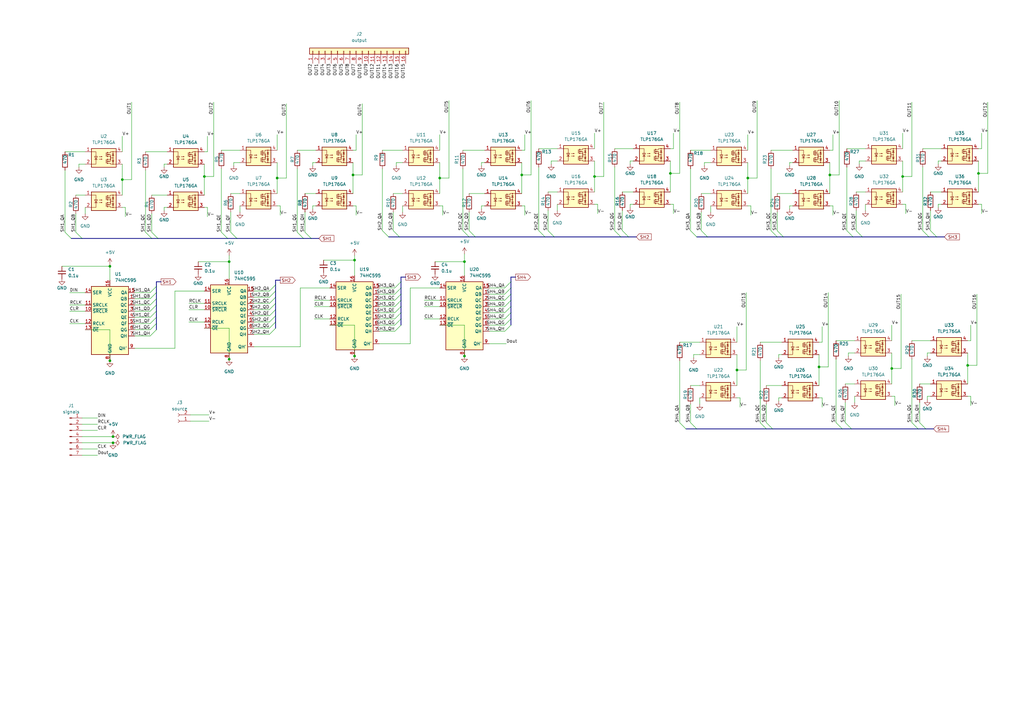
<source format=kicad_sch>
(kicad_sch (version 20211123) (generator eeschema)
  (paper "A3")
  (title_block (title "optocoupler switching") (date "2022-10-31") (rev "0"))
  (lib_symbols
    (symbol "74xx:74HC595"
      (property "Reference" "U" (at -7.62 13.97 0))
      (property "Value" "74HC595" (at -7.62 -16.51 0))
      (symbol "74HC595_1_0"
        (pin tri_state line (at 10.16 7.62 180) (length 2.54) (name "QB") (number "1"))
        (pin input line (at -10.16 2.54 0) (length 2.54) (name "~{SRCLR}") (number "10"))
        (pin input line (at -10.16 5.08 0) (length 2.54) (name "SRCLK") (number "11"))
        (pin input line (at -10.16 -2.54 0) (length 2.54) (name "RCLK") (number "12"))
        (pin input line (at -10.16 -5.08 0) (length 2.54) (name "~{OE}") (number "13"))
        (pin input line (at -10.16 10.16 0) (length 2.54) (name "SER") (number "14"))
        (pin tri_state line (at 10.16 10.16 180) (length 2.54) (name "QA") (number "15"))
        (pin power_in line (at 0 15.24 270) (length 2.54) (name "VCC") (number "16"))
        (pin tri_state line (at 10.16 5.08 180) (length 2.54) (name "QC") (number "2"))
        (pin tri_state line (at 10.16 2.54 180) (length 2.54) (name "QD") (number "3"))
        (pin tri_state line (at 10.16 0 180) (length 2.54) (name "QE") (number "4"))
        (pin tri_state line (at 10.16 -2.54 180) (length 2.54) (name "QF") (number "5"))
        (pin tri_state line (at 10.16 -5.08 180) (length 2.54) (name "QG") (number "6"))
        (pin tri_state line (at 10.16 -7.62 180) (length 2.54) (name "QH") (number "7"))
        (pin power_in line (at 0 -17.78 90) (length 2.54) (name "GND") (number "8"))
        (pin output line (at 10.16 -12.7 180) (length 2.54) (name "QH'") (number "9"))
      )
    )
    (symbol "Connector:Conn_01x02_Female" (pin_names (offset 1.016) hide)
      (property "Reference" "J" (at 0 2.54 0))
      (property "Value" "Conn_01x02_Female" (at 0 -5.08 0))
      (symbol "Conn_01x02_Female_1_1"
        (pin passive line (at -5.08 0 0) (length 3.81) (name "Pin_1") (number "1"))
        (pin passive line (at -5.08 -2.54 0) (length 3.81) (name "Pin_2") (number "2"))
      )
    )
    (symbol "Connector:Conn_01x07_Male" (pin_names (offset 1.016) hide)
      (property "Reference" "J" (at 0 10.16 0))
      (property "Value" "Conn_01x07_Male" (at 0 -10.16 0))
      (symbol "Conn_01x07_Male_1_1"
        (pin passive line (at 5.08 7.62 180) (length 3.81) (name "Pin_1") (number "1"))
        (pin passive line (at 5.08 5.08 180) (length 3.81) (name "Pin_2") (number "2"))
        (pin passive line (at 5.08 2.54 180) (length 3.81) (name "Pin_3") (number "3"))
        (pin passive line (at 5.08 0 180) (length 3.81) (name "Pin_4") (number "4"))
        (pin passive line (at 5.08 -2.54 180) (length 3.81) (name "Pin_5") (number "5"))
        (pin passive line (at 5.08 -5.08 180) (length 3.81) (name "Pin_6") (number "6"))
        (pin passive line (at 5.08 -7.62 180) (length 3.81) (name "Pin_7") (number "7"))
      )
    )
    (symbol "Connector_Generic:Conn_01x16" (pin_names (offset 1.016) hide)
      (property "Reference" "J" (at 0 20.32 0))
      (property "Value" "Conn_01x16" (at 0 -22.86 0))
      (symbol "Conn_01x16_1_1"
        (pin passive line (at -5.08 17.78 0) (length 3.81) (name "Pin_1") (number "1"))
        (pin passive line (at -5.08 -5.08 0) (length 3.81) (name "Pin_10") (number "10"))
        (pin passive line (at -5.08 -7.62 0) (length 3.81) (name "Pin_11") (number "11"))
        (pin passive line (at -5.08 -10.16 0) (length 3.81) (name "Pin_12") (number "12"))
        (pin passive line (at -5.08 -12.7 0) (length 3.81) (name "Pin_13") (number "13"))
        (pin passive line (at -5.08 -15.24 0) (length 3.81) (name "Pin_14") (number "14"))
        (pin passive line (at -5.08 -17.78 0) (length 3.81) (name "Pin_15") (number "15"))
        (pin passive line (at -5.08 -20.32 0) (length 3.81) (name "Pin_16") (number "16"))
        (pin passive line (at -5.08 15.24 0) (length 3.81) (name "Pin_2") (number "2"))
        (pin passive line (at -5.08 12.7 0) (length 3.81) (name "Pin_3") (number "3"))
        (pin passive line (at -5.08 10.16 0) (length 3.81) (name "Pin_4") (number "4"))
        (pin passive line (at -5.08 7.62 0) (length 3.81) (name "Pin_5") (number "5"))
        (pin passive line (at -5.08 5.08 0) (length 3.81) (name "Pin_6") (number "6"))
        (pin passive line (at -5.08 2.54 0) (length 3.81) (name "Pin_7") (number "7"))
        (pin passive line (at -5.08 0 0) (length 3.81) (name "Pin_8") (number "8"))
        (pin passive line (at -5.08 -2.54 0) (length 3.81) (name "Pin_9") (number "9"))
      )
    )
    (symbol "Device:C_Small" (pin_numbers hide) (pin_names (offset 0.254) hide)
      (property "Reference" "C" (at 0.254 1.778 0))
      (property "Value" "C_Small" (at 0.254 -2.032 0))
      (symbol "C_Small_1_1"
        (pin passive line (at 0 2.54 270) (length 2.032) (name "~") (number "1"))
        (pin passive line (at 0 -2.54 90) (length 2.032) (name "~") (number "2"))
      )
    )
    (symbol "Device:R" (pin_numbers hide) (pin_names (offset 0))
      (property "Reference" "R" (at 2.032 0 90))
      (property "Value" "R" (at 0 0 90))
      (symbol "R_1_1"
        (pin passive line (at 0 3.81 270) (length 1.27) (name "~") (number "1"))
        (pin passive line (at 0 -3.81 90) (length 1.27) (name "~") (number "2"))
      )
    )
    (symbol "keigo_custom:TLP176GA"
      (property "Reference" "U" (at 0 6.35 0))
      (property "Value" "TLP176GA" (at 0 4.445 0))
      (symbol "TLP176GA_1_1"
        (pin passive line (at -7.62 1.905 0) (length 2.54) (name "~") (number "1"))
        (pin passive line (at -7.62 -3.175 0) (length 2.54) (name "~") (number "2"))
        (pin passive line (at 7.62 -3.175 180) (length 2.54) (name "~") (number "3"))
        (pin passive line (at 7.62 1.905 180) (length 2.54) (name "~") (number "4"))
      )
    )
    (symbol "power:+5V" (power) (pin_names (offset 0))
      (property "Value" "+5V" (at 0 3.556 0))
      (symbol "+5V_1_1"
        (pin power_in line (at 0 0 90) (length 0) hide (name "+5V") (number "1"))
      )
    )
    (symbol "power:GND" (power) (pin_names (offset 0))
      (property "Value" "GND" (at 0 -3.81 0))
      (symbol "GND_1_1"
        (pin power_in line (at 0 0 270) (length 0) hide (name "GND") (number "1"))
      )
    )
    (symbol "power:PWR_FLAG" (power) (pin_numbers hide) (pin_names (offset 0) hide)
      (property "Value" "PWR_FLAG" (at 0 3.81 0))
      (symbol "PWR_FLAG_0_0"
        (pin power_out line (at 0 0 90) (length 0) (name "pwr") (number "1"))
      )
    )
  )
  (junction (at 145.415 146.05))
  (junction (at 274.955 71.12))
  (junction (at 243.84 72.39))
  (junction (at 93.98 147.32))
  (junction (at 370.205 72.39))
  (junction (at 45.085 109.22))
  (junction (at 46.355 179.07))
  (junction (at 180.34 73.025))
  (junction (at 340.36 71.755))
  (junction (at 306.705 73.025))
  (junction (at 46.355 181.61))
  (junction (at 365.76 151.13))
  (junction (at 113.665 73.025))
  (junction (at 83.82 72.39))
  (junction (at 302.26 151.765))
  (junction (at 145.415 106.68))
  (junction (at 144.78 71.755))
  (junction (at 45.085 147.955))
  (junction (at 335.915 150.495))
  (junction (at 93.98 107.315))
  (junction (at 401.32 71.12))
  (junction (at 396.875 149.86))
  (junction (at 50.165 73.66))
  (junction (at 190.5 107.315))
  (junction (at 190.5 146.05))
  (junction (at 213.995 71.755))
  (bus_entry (at 161.925 118.11) (size 2.54 -2.54))
  (bus_entry (at 287.655 94.615) (size 2.54 2.54))
  (bus_entry (at 161.925 130.81) (size 2.54 -2.54))
  (bus_entry (at 156.845 94.615) (size 2.54 2.54))
  (bus_entry (at 347.345 94.615) (size 2.54 2.54))
  (bus_entry (at 351.155 94.615) (size 2.54 2.54))
  (bus_entry (at 278.765 173.355) (size 2.54 2.54))
  (bus_entry (at 110.49 124.46) (size 2.54 -2.54))
  (bus_entry (at 61.595 132.715) (size 2.54 -2.54))
  (bus_entry (at 61.595 135.255) (size 2.54 -2.54))
  (bus_entry (at 61.595 137.795) (size 2.54 -2.54))
  (bus_entry (at 61.595 130.175) (size 2.54 -2.54))
  (bus_entry (at 61.595 127.635) (size 2.54 -2.54))
  (bus_entry (at 61.595 125.095) (size 2.54 -2.54))
  (bus_entry (at 61.595 122.555) (size 2.54 -2.54))
  (bus_entry (at 61.595 120.015) (size 2.54 -2.54))
  (bus_entry (at 110.49 134.62) (size 2.54 -2.54))
  (bus_entry (at 110.49 137.16) (size 2.54 -2.54))
  (bus_entry (at 220.98 94.615) (size 2.54 2.54))
  (bus_entry (at 207.01 125.73) (size 2.54 -2.54))
  (bus_entry (at 346.71 173.355) (size 2.54 2.54))
  (bus_entry (at 161.925 133.35) (size 2.54 -2.54))
  (bus_entry (at 161.925 135.89) (size 2.54 -2.54))
  (bus_entry (at 255.27 94.615) (size 2.54 2.54))
  (bus_entry (at 207.01 118.11) (size 2.54 -2.54))
  (bus_entry (at 110.49 129.54) (size 2.54 -2.54))
  (bus_entry (at 224.79 94.615) (size 2.54 2.54))
  (bus_entry (at 161.925 128.27) (size 2.54 -2.54))
  (bus_entry (at 381.635 94.615) (size 2.54 2.54))
  (bus_entry (at 207.01 120.65) (size 2.54 -2.54))
  (bus_entry (at 374.015 173.355) (size 2.54 2.54))
  (bus_entry (at 161.925 125.73) (size 2.54 -2.54))
  (bus_entry (at 283.21 173.355) (size 2.54 2.54))
  (bus_entry (at 207.01 123.19) (size 2.54 -2.54))
  (bus_entry (at 378.46 94.615) (size 2.54 2.54))
  (bus_entry (at 314.325 173.355) (size 2.54 2.54))
  (bus_entry (at 161.29 94.615) (size 2.54 2.54))
  (bus_entry (at 207.01 135.89) (size 2.54 -2.54))
  (bus_entry (at 207.01 130.81) (size 2.54 -2.54))
  (bus_entry (at 121.92 95.25) (size 2.54 2.54))
  (bus_entry (at 125.095 95.25) (size 2.54 2.54))
  (bus_entry (at 90.805 95.25) (size 2.54 2.54))
  (bus_entry (at 94.615 95.25) (size 2.54 2.54))
  (bus_entry (at 62.23 95.25) (size 2.54 2.54))
  (bus_entry (at 59.69 95.25) (size 2.54 2.54))
  (bus_entry (at 31.115 95.25) (size 2.54 2.54))
  (bus_entry (at 26.67 95.25) (size 2.54 2.54))
  (bus_entry (at 207.01 133.35) (size 2.54 -2.54))
  (bus_entry (at 110.49 119.38) (size 2.54 -2.54))
  (bus_entry (at 110.49 127) (size 2.54 -2.54))
  (bus_entry (at 161.925 123.19) (size 2.54 -2.54))
  (bus_entry (at 311.785 173.355) (size 2.54 2.54))
  (bus_entry (at 161.925 120.65) (size 2.54 -2.54))
  (bus_entry (at 207.01 128.27) (size 2.54 -2.54))
  (bus_entry (at 192.405 94.615) (size 2.54 2.54))
  (bus_entry (at 318.77 94.615) (size 2.54 2.54))
  (bus_entry (at 316.23 94.615) (size 2.54 2.54))
  (bus_entry (at 377.19 173.355) (size 2.54 2.54))
  (bus_entry (at 252.095 94.615) (size 2.54 2.54))
  (bus_entry (at 110.49 121.92) (size 2.54 -2.54))
  (bus_entry (at 189.865 94.615) (size 2.54 2.54))
  (bus_entry (at 283.21 94.615) (size 2.54 2.54))
  (bus_entry (at 110.49 132.08) (size 2.54 -2.54))
  (bus_entry (at 342.9 173.355) (size 2.54 2.54))
  (wire (pts (xy 50.165 73.66) (xy 53.975 73.66)))
  (wire (pts (xy 380.365 162.56) (xy 380.365 163.83)))
  (wire (pts (xy 123.19 142.24) (xy 123.19 118.11)))
  (wire (pts (xy 351.155 78.74) (xy 354.965 78.74)))
  (wire (pts (xy 26.67 62.23) (xy 34.925 62.23)))
  (bus (pts (xy 209.55 133.35) (xy 209.55 130.81)))
  (wire (pts (xy 33.655 186.69) (xy 40.005 186.69)))
  (wire (pts (xy 128.905 130.81) (xy 135.255 130.81)))
  (wire (pts (xy 258.445 83.82) (xy 258.445 85.09)))
  (wire (pts (xy 374.015 41.91) (xy 374.015 72.39)))
  (wire (pts (xy 192.405 86.995) (xy 192.405 94.615)))
  (wire (pts (xy 77.47 127) (xy 83.82 127)))
  (wire (pts (xy 125.095 86.995) (xy 125.095 95.25)))
  (bus (pts (xy 209.55 123.19) (xy 209.55 120.65)))
  (wire (pts (xy 274.955 71.12) (xy 274.955 78.74)))
  (wire (pts (xy 93.98 104.775) (xy 93.98 107.315)))
  (wire (pts (xy 302.26 151.765) (xy 306.07 151.765)))
  (wire (pts (xy 213.995 66.675) (xy 213.995 71.755)))
  (wire (pts (xy 306.705 73.025) (xy 310.515 73.025)))
  (bus (pts (xy 194.945 97.155) (xy 223.52 97.155)))
  (wire (pts (xy 50.165 67.31) (xy 50.165 73.66)))
  (bus (pts (xy 113.03 127) (xy 113.03 124.46)))
  (wire (pts (xy 311.785 173.355) (xy 311.785 147.955)))
  (wire (pts (xy 381.635 144.78) (xy 380.365 144.78)))
  (wire (pts (xy 337.185 133.985) (xy 337.185 140.335)))
  (wire (pts (xy 197.485 66.675) (xy 197.485 67.945)))
  (wire (pts (xy 155.575 135.89) (xy 161.925 135.89)))
  (wire (pts (xy 200.66 135.89) (xy 207.01 135.89)))
  (wire (pts (xy 243.84 54.61) (xy 243.84 60.96)))
  (wire (pts (xy 347.98 146.05) (xy 347.98 144.78)))
  (wire (pts (xy 341.63 55.245) (xy 341.63 61.595)))
  (bus (pts (xy 285.75 97.155) (xy 290.195 97.155)))
  (bus (pts (xy 257.81 97.155) (xy 260.985 97.155)))
  (wire (pts (xy 173.99 123.19) (xy 180.34 123.19)))
  (wire (pts (xy 184.15 41.275) (xy 184.15 73.025)))
  (wire (pts (xy 369.57 120.65) (xy 369.57 151.13)))
  (wire (pts (xy 384.81 66.04) (xy 384.81 67.31)))
  (bus (pts (xy 64.135 115.57) (xy 66.04 115.57)))
  (wire (pts (xy 31.115 95.25) (xy 31.115 87.63)))
  (wire (pts (xy 128.27 84.455) (xy 128.27 85.725)))
  (bus (pts (xy 64.135 125.095) (xy 64.135 122.555)))
  (wire (pts (xy 274.955 71.12) (xy 278.765 71.12)))
  (wire (pts (xy 200.66 128.27) (xy 207.01 128.27)))
  (bus (pts (xy 349.25 175.895) (xy 376.555 175.895)))
  (wire (pts (xy 34.925 85.09) (xy 34.925 87.63)))
  (wire (pts (xy 68.58 85.09) (xy 67.31 85.09)))
  (wire (pts (xy 33.655 184.15) (xy 40.005 184.15)))
  (wire (pts (xy 34.925 135.255) (xy 45.085 135.255)))
  (wire (pts (xy 104.14 121.92) (xy 110.49 121.92)))
  (wire (pts (xy 68.58 67.31) (xy 67.31 67.31)))
  (wire (pts (xy 401.32 71.12) (xy 401.32 78.74)))
  (wire (pts (xy 370.205 66.04) (xy 370.205 72.39)))
  (wire (pts (xy 371.475 83.82) (xy 371.475 87.63)))
  (wire (pts (xy 161.29 79.375) (xy 165.1 79.375)))
  (wire (pts (xy 318.77 79.375) (xy 325.12 79.375)))
  (bus (pts (xy 290.195 97.155) (xy 318.77 97.155)))
  (wire (pts (xy 83.82 134.62) (xy 93.98 134.62)))
  (wire (pts (xy 306.705 73.025) (xy 306.705 79.375)))
  (wire (pts (xy 104.14 129.54) (xy 110.49 129.54)))
  (wire (pts (xy 93.98 107.315) (xy 93.98 114.3)))
  (wire (pts (xy 276.225 54.61) (xy 276.225 60.96)))
  (bus (pts (xy 223.52 97.155) (xy 227.33 97.155)))
  (wire (pts (xy 180.34 73.025) (xy 180.34 79.375)))
  (wire (pts (xy 162.56 66.675) (xy 165.1 66.675)))
  (bus (pts (xy 379.73 175.895) (xy 382.905 175.895)))
  (wire (pts (xy 396.875 144.78) (xy 396.875 149.86)))
  (wire (pts (xy 370.205 72.39) (xy 370.205 78.74)))
  (wire (pts (xy 365.76 151.13) (xy 365.76 157.48)))
  (wire (pts (xy 168.275 118.11) (xy 168.275 140.97)))
  (wire (pts (xy 274.955 83.82) (xy 276.225 83.82)))
  (wire (pts (xy 155.575 118.11) (xy 161.925 118.11)))
  (wire (pts (xy 145.415 106.68) (xy 145.415 113.03)))
  (wire (pts (xy 200.66 120.65) (xy 207.01 120.65)))
  (wire (pts (xy 228.6 83.82) (xy 228.6 86.36)))
  (wire (pts (xy 306.705 66.675) (xy 306.705 73.025)))
  (wire (pts (xy 190.5 104.14) (xy 190.5 107.315)))
  (wire (pts (xy 213.995 71.755) (xy 217.805 71.755)))
  (wire (pts (xy 259.715 83.82) (xy 258.445 83.82)))
  (wire (pts (xy 121.92 69.215) (xy 121.92 95.25)))
  (wire (pts (xy 377.19 165.1) (xy 377.19 173.355)))
  (wire (pts (xy 335.915 145.415) (xy 335.915 150.495)))
  (wire (pts (xy 200.66 123.19) (xy 207.01 123.19)))
  (wire (pts (xy 51.435 85.09) (xy 51.435 88.9)))
  (wire (pts (xy 28.575 120.015) (xy 34.925 120.015)))
  (wire (pts (xy 287.655 94.615) (xy 287.655 86.995)))
  (bus (pts (xy 113.03 119.38) (xy 113.03 116.84)))
  (wire (pts (xy 381.635 162.56) (xy 380.365 162.56)))
  (wire (pts (xy 189.865 94.615) (xy 189.865 69.215)))
  (wire (pts (xy 354.965 83.82) (xy 354.965 86.36)))
  (wire (pts (xy 128.905 123.19) (xy 135.255 123.19)))
  (wire (pts (xy 335.915 150.495) (xy 339.725 150.495)))
  (wire (pts (xy 316.23 94.615) (xy 316.23 69.215)))
  (wire (pts (xy 352.425 67.31) (xy 352.425 66.04)))
  (wire (pts (xy 113.665 84.455) (xy 114.935 84.455)))
  (wire (pts (xy 402.59 83.82) (xy 402.59 87.63)))
  (bus (pts (xy 227.33 97.155) (xy 254.635 97.155)))
  (bus (pts (xy 281.305 175.895) (xy 285.75 175.895)))
  (wire (pts (xy 344.17 41.275) (xy 344.17 71.755)))
  (wire (pts (xy 365.76 162.56) (xy 367.03 162.56)))
  (wire (pts (xy 215.265 84.455) (xy 215.265 88.265)))
  (bus (pts (xy 64.135 132.715) (xy 64.135 130.175)))
  (wire (pts (xy 55.245 127.635) (xy 61.595 127.635)))
  (wire (pts (xy 104.14 137.16) (xy 110.49 137.16)))
  (bus (pts (xy 64.135 120.015) (xy 64.135 117.475)))
  (bus (pts (xy 93.345 97.79) (xy 97.155 97.79)))
  (wire (pts (xy 398.145 133.35) (xy 398.145 139.7)))
  (wire (pts (xy 340.36 61.595) (xy 341.63 61.595)))
  (wire (pts (xy 53.975 41.91) (xy 53.975 73.66)))
  (wire (pts (xy 347.345 68.58) (xy 347.345 94.615)))
  (wire (pts (xy 55.245 137.795) (xy 61.595 137.795)))
  (wire (pts (xy 113.665 55.245) (xy 113.665 61.595)))
  (wire (pts (xy 31.115 80.01) (xy 34.925 80.01)))
  (bus (pts (xy 345.44 175.895) (xy 349.25 175.895)))
  (wire (pts (xy 173.99 125.73) (xy 180.34 125.73)))
  (wire (pts (xy 220.98 68.58) (xy 220.98 94.615)))
  (wire (pts (xy 381.635 86.36) (xy 381.635 94.615)))
  (wire (pts (xy 398.145 162.56) (xy 398.145 166.37)))
  (wire (pts (xy 255.27 86.36) (xy 255.27 94.615)))
  (wire (pts (xy 302.26 163.195) (xy 303.53 163.195)))
  (wire (pts (xy 87.63 41.91) (xy 87.63 72.39)))
  (wire (pts (xy 155.575 123.19) (xy 161.925 123.19)))
  (wire (pts (xy 226.06 67.31) (xy 226.06 66.04)))
  (wire (pts (xy 374.015 147.32) (xy 374.015 173.355)))
  (wire (pts (xy 145.415 133.35) (xy 145.415 146.05)))
  (bus (pts (xy 192.405 97.155) (xy 194.945 97.155)))
  (wire (pts (xy 178.435 107.315) (xy 190.5 107.315)))
  (wire (pts (xy 161.29 94.615) (xy 161.29 86.995)))
  (wire (pts (xy 161.925 130.81) (xy 155.575 130.81)))
  (wire (pts (xy 189.865 61.595) (xy 198.755 61.595)))
  (wire (pts (xy 28.575 127.635) (xy 34.925 127.635)))
  (wire (pts (xy 396.875 162.56) (xy 398.145 162.56)))
  (wire (pts (xy 287.655 79.375) (xy 291.465 79.375)))
  (wire (pts (xy 62.23 80.01) (xy 68.58 80.01)))
  (bus (pts (xy 209.55 128.27) (xy 209.55 125.73)))
  (wire (pts (xy 302.26 145.415) (xy 302.26 151.765)))
  (wire (pts (xy 283.21 69.215) (xy 283.21 94.615)))
  (wire (pts (xy 190.5 107.315) (xy 190.5 113.03)))
  (wire (pts (xy 276.225 83.82) (xy 276.225 87.63)))
  (wire (pts (xy 55.245 120.015) (xy 61.595 120.015)))
  (wire (pts (xy 319.405 145.415) (xy 319.405 146.685)))
  (wire (pts (xy 198.755 84.455) (xy 197.485 84.455)))
  (wire (pts (xy 220.98 60.96) (xy 228.6 60.96)))
  (wire (pts (xy 33.655 179.07) (xy 46.355 179.07)))
  (wire (pts (xy 55.245 142.875) (xy 71.755 142.875)))
  (bus (pts (xy 64.135 135.255) (xy 64.135 132.715)))
  (bus (pts (xy 164.465 123.19) (xy 164.465 120.65)))
  (wire (pts (xy 67.31 67.31) (xy 67.31 68.58)))
  (wire (pts (xy 135.255 133.35) (xy 145.415 133.35)))
  (wire (pts (xy 33.655 173.99) (xy 40.005 173.99)))
  (wire (pts (xy 320.675 145.415) (xy 319.405 145.415)))
  (wire (pts (xy 340.36 66.675) (xy 340.36 71.755)))
  (bus (pts (xy 353.695 97.155) (xy 381 97.155)))
  (wire (pts (xy 180.34 84.455) (xy 181.61 84.455)))
  (wire (pts (xy 320.675 163.195) (xy 319.405 163.195)))
  (wire (pts (xy 306.705 55.245) (xy 306.705 61.595)))
  (wire (pts (xy 180.34 66.675) (xy 180.34 73.025)))
  (wire (pts (xy 400.685 120.65) (xy 400.685 149.86)))
  (wire (pts (xy 33.655 176.53) (xy 40.005 176.53)))
  (wire (pts (xy 113.665 73.025) (xy 113.665 79.375)))
  (wire (pts (xy 95.885 66.675) (xy 98.425 66.675)))
  (bus (pts (xy 314.325 175.895) (xy 316.865 175.895)))
  (wire (pts (xy 123.19 118.11) (xy 135.255 118.11)))
  (wire (pts (xy 283.21 173.355) (xy 283.21 165.735)))
  (wire (pts (xy 252.095 68.58) (xy 252.095 94.615)))
  (wire (pts (xy 302.26 151.765) (xy 302.26 158.115)))
  (wire (pts (xy 180.34 73.025) (xy 184.15 73.025)))
  (wire (pts (xy 401.32 66.04) (xy 401.32 71.12)))
  (wire (pts (xy 306.07 120.015) (xy 306.07 151.765)))
  (wire (pts (xy 346.71 157.48) (xy 350.52 157.48)))
  (wire (pts (xy 365.76 151.13) (xy 369.57 151.13)))
  (wire (pts (xy 32.385 67.31) (xy 34.925 67.31)))
  (wire (pts (xy 26.67 69.85) (xy 26.67 95.25)))
  (wire (pts (xy 365.76 144.78) (xy 365.76 151.13)))
  (wire (pts (xy 61.595 132.715) (xy 55.245 132.715)))
  (wire (pts (xy 340.36 71.755) (xy 344.17 71.755)))
  (wire (pts (xy 81.28 107.315) (xy 93.98 107.315)))
  (wire (pts (xy 342.9 147.32) (xy 342.9 173.355)))
  (bus (pts (xy 113.03 124.46) (xy 113.03 121.92)))
  (wire (pts (xy 291.465 84.455) (xy 291.465 86.995)))
  (wire (pts (xy 284.48 145.415) (xy 287.02 145.415)))
  (wire (pts (xy 110.49 132.08) (xy 104.14 132.08)))
  (wire (pts (xy 337.185 163.195) (xy 337.185 167.005)))
  (wire (pts (xy 90.805 69.215) (xy 90.805 95.25)))
  (wire (pts (xy 45.085 108.585) (xy 45.085 109.22)))
  (wire (pts (xy 323.85 66.675) (xy 323.85 67.945)))
  (wire (pts (xy 50.165 55.88) (xy 50.165 62.23)))
  (bus (pts (xy 285.75 175.895) (xy 314.325 175.895)))
  (wire (pts (xy 129.54 66.675) (xy 128.27 66.675)))
  (wire (pts (xy 104.14 124.46) (xy 110.49 124.46)))
  (wire (pts (xy 192.405 79.375) (xy 198.755 79.375)))
  (wire (pts (xy 258.445 66.04) (xy 258.445 67.31)))
  (wire (pts (xy 278.765 140.335) (xy 287.02 140.335)))
  (wire (pts (xy 59.69 62.23) (xy 68.58 62.23)))
  (wire (pts (xy 311.785 140.335) (xy 320.675 140.335)))
  (wire (pts (xy 224.79 86.36) (xy 224.79 94.615)))
  (wire (pts (xy 378.46 68.58) (xy 378.46 94.615)))
  (wire (pts (xy 197.485 84.455) (xy 197.485 85.725)))
  (wire (pts (xy 396.875 149.86) (xy 396.875 157.48)))
  (bus (pts (xy 164.465 113.665) (xy 166.37 113.665)))
  (wire (pts (xy 50.165 85.09) (xy 51.435 85.09)))
  (wire (pts (xy 335.915 150.495) (xy 335.915 158.115)))
  (bus (pts (xy 164.465 118.11) (xy 164.465 115.57)))
  (wire (pts (xy 67.31 85.09) (xy 67.31 86.36)))
  (wire (pts (xy 226.06 66.04) (xy 228.6 66.04)))
  (wire (pts (xy 278.765 41.91) (xy 278.765 71.12)))
  (wire (pts (xy 396.875 139.7) (xy 398.145 139.7)))
  (wire (pts (xy 284.48 146.685) (xy 284.48 145.415)))
  (wire (pts (xy 200.66 118.11) (xy 207.01 118.11)))
  (bus (pts (xy 321.31 97.155) (xy 349.885 97.155)))
  (bus (pts (xy 159.385 97.155) (xy 163.83 97.155)))
  (wire (pts (xy 245.11 83.82) (xy 245.11 87.63)))
  (bus (pts (xy 33.655 97.79) (xy 62.23 97.79)))
  (wire (pts (xy 288.925 66.675) (xy 291.465 66.675)))
  (wire (pts (xy 71.755 142.875) (xy 71.755 119.38)))
  (wire (pts (xy 104.14 134.62) (xy 110.49 134.62)))
  (bus (pts (xy 376.555 175.895) (xy 379.73 175.895)))
  (wire (pts (xy 306.705 84.455) (xy 307.975 84.455)))
  (bus (pts (xy 164.465 133.35) (xy 164.465 130.81)))
  (bus (pts (xy 384.175 97.155) (xy 387.35 97.155)))
  (wire (pts (xy 78.105 172.72) (xy 85.725 172.72)))
  (wire (pts (xy 396.875 149.86) (xy 400.685 149.86)))
  (wire (pts (xy 77.47 132.08) (xy 83.82 132.08)))
  (bus (pts (xy 127.635 97.79) (xy 130.81 97.79)))
  (wire (pts (xy 283.21 61.595) (xy 291.465 61.595)))
  (wire (pts (xy 104.14 119.38) (xy 110.49 119.38)))
  (bus (pts (xy 318.77 97.155) (xy 321.31 97.155)))
  (wire (pts (xy 347.98 144.78) (xy 350.52 144.78)))
  (wire (pts (xy 340.36 71.755) (xy 340.36 79.375)))
  (bus (pts (xy 113.03 116.84) (xy 113.03 114.935)))
  (wire (pts (xy 370.205 83.82) (xy 371.475 83.82)))
  (wire (pts (xy 83.82 62.23) (xy 85.09 62.23)))
  (wire (pts (xy 351.155 86.36) (xy 351.155 94.615)))
  (bus (pts (xy 113.03 132.08) (xy 113.03 129.54)))
  (wire (pts (xy 165.1 84.455) (xy 165.1 86.995)))
  (wire (pts (xy 32.385 68.58) (xy 32.385 67.31)))
  (wire (pts (xy 325.12 84.455) (xy 323.85 84.455)))
  (wire (pts (xy 259.715 66.04) (xy 258.445 66.04)))
  (wire (pts (xy 125.095 79.375) (xy 129.54 79.375)))
  (wire (pts (xy 405.13 41.91) (xy 405.13 71.12)))
  (bus (pts (xy 64.135 122.555) (xy 64.135 120.015)))
  (wire (pts (xy 83.82 72.39) (xy 87.63 72.39)))
  (wire (pts (xy 85.09 55.88) (xy 85.09 62.23)))
  (bus (pts (xy 29.21 97.79) (xy 33.655 97.79)))
  (wire (pts (xy 156.845 61.595) (xy 165.1 61.595)))
  (wire (pts (xy 316.23 61.595) (xy 325.12 61.595)))
  (wire (pts (xy 380.365 144.78) (xy 380.365 146.05)))
  (wire (pts (xy 314.325 158.115) (xy 320.675 158.115)))
  (bus (pts (xy 164.465 115.57) (xy 164.465 113.665)))
  (wire (pts (xy 121.92 61.595) (xy 129.54 61.595)))
  (wire (pts (xy 71.755 119.38) (xy 83.82 119.38)))
  (wire (pts (xy 155.575 120.65) (xy 161.925 120.65)))
  (wire (pts (xy 45.085 109.22) (xy 45.085 114.935)))
  (wire (pts (xy 340.36 84.455) (xy 341.63 84.455)))
  (bus (pts (xy 316.865 175.895) (xy 345.44 175.895)))
  (wire (pts (xy 146.05 84.455) (xy 146.05 88.265)))
  (wire (pts (xy 156.845 69.215) (xy 156.845 94.615)))
  (wire (pts (xy 146.05 55.245) (xy 146.05 61.595)))
  (wire (pts (xy 274.955 60.96) (xy 276.225 60.96)))
  (wire (pts (xy 386.08 83.82) (xy 384.81 83.82)))
  (bus (pts (xy 113.03 129.54) (xy 113.03 127)))
  (wire (pts (xy 401.32 60.96) (xy 402.59 60.96)))
  (wire (pts (xy 148.59 42.545) (xy 148.59 71.755)))
  (wire (pts (xy 55.245 125.095) (xy 61.595 125.095)))
  (wire (pts (xy 181.61 84.455) (xy 181.61 88.265)))
  (wire (pts (xy 318.77 86.995) (xy 318.77 94.615)))
  (bus (pts (xy 381 97.155) (xy 384.175 97.155)))
  (wire (pts (xy 200.66 133.35) (xy 207.01 133.35)))
  (wire (pts (xy 83.82 67.31) (xy 83.82 72.39)))
  (wire (pts (xy 93.98 134.62) (xy 93.98 147.32)))
  (wire (pts (xy 144.78 71.755) (xy 148.59 71.755)))
  (wire (pts (xy 94.615 79.375) (xy 98.425 79.375)))
  (wire (pts (xy 319.405 163.195) (xy 319.405 164.465)))
  (wire (pts (xy 132.715 106.68) (xy 145.415 106.68)))
  (wire (pts (xy 247.65 41.91) (xy 247.65 72.39)))
  (wire (pts (xy 342.9 139.7) (xy 350.52 139.7)))
  (bus (pts (xy 254.635 97.155) (xy 257.81 97.155)))
  (wire (pts (xy 59.69 95.25) (xy 59.69 69.85)))
  (wire (pts (xy 25.4 109.22) (xy 45.085 109.22)))
  (bus (pts (xy 209.55 130.81) (xy 209.55 128.27)))
  (wire (pts (xy 401.32 71.12) (xy 405.13 71.12)))
  (bus (pts (xy 209.55 120.65) (xy 209.55 118.11)))
  (wire (pts (xy 278.765 147.955) (xy 278.765 173.355)))
  (wire (pts (xy 162.56 67.945) (xy 162.56 66.675)))
  (bus (pts (xy 64.77 97.79) (xy 93.345 97.79)))
  (wire (pts (xy 381.635 78.74) (xy 386.08 78.74)))
  (wire (pts (xy 200.66 140.97) (xy 207.645 140.97)))
  (wire (pts (xy 384.81 83.82) (xy 384.81 85.09)))
  (wire (pts (xy 243.84 72.39) (xy 247.65 72.39)))
  (wire (pts (xy 180.34 133.35) (xy 190.5 133.35)))
  (wire (pts (xy 28.575 132.715) (xy 34.925 132.715)))
  (wire (pts (xy 339.725 120.015) (xy 339.725 150.495)))
  (wire (pts (xy 113.665 73.025) (xy 117.475 73.025)))
  (wire (pts (xy 98.425 84.455) (xy 98.425 86.995)))
  (wire (pts (xy 217.805 41.275) (xy 217.805 71.755)))
  (bus (pts (xy 97.155 97.79) (xy 124.46 97.79)))
  (bus (pts (xy 209.55 115.57) (xy 209.55 113.665)))
  (wire (pts (xy 287.02 163.195) (xy 287.02 165.735)))
  (wire (pts (xy 352.425 66.04) (xy 354.965 66.04)))
  (wire (pts (xy 200.66 125.73) (xy 207.01 125.73)))
  (wire (pts (xy 370.205 54.61) (xy 370.205 60.96)))
  (wire (pts (xy 346.71 165.1) (xy 346.71 173.355)))
  (wire (pts (xy 335.915 163.195) (xy 337.185 163.195)))
  (wire (pts (xy 128.27 66.675) (xy 128.27 67.945)))
  (wire (pts (xy 367.03 162.56) (xy 367.03 166.37)))
  (wire (pts (xy 144.78 66.675) (xy 144.78 71.755)))
  (wire (pts (xy 207.01 130.81) (xy 200.66 130.81)))
  (wire (pts (xy 310.515 41.275) (xy 310.515 73.025)))
  (wire (pts (xy 288.925 67.945) (xy 288.925 66.675)))
  (wire (pts (xy 128.905 125.73) (xy 135.255 125.73)))
  (wire (pts (xy 28.575 125.095) (xy 34.925 125.095)))
  (wire (pts (xy 155.575 125.73) (xy 161.925 125.73)))
  (wire (pts (xy 55.245 130.175) (xy 61.595 130.175)))
  (bus (pts (xy 164.465 128.27) (xy 164.465 125.73)))
  (wire (pts (xy 243.84 66.04) (xy 243.84 72.39)))
  (wire (pts (xy 144.78 84.455) (xy 146.05 84.455)))
  (wire (pts (xy 274.955 66.04) (xy 274.955 71.12)))
  (wire (pts (xy 145.415 104.775) (xy 145.415 106.68)))
  (bus (pts (xy 164.465 130.81) (xy 164.465 128.27)))
  (wire (pts (xy 402.59 54.61) (xy 402.59 60.96)))
  (bus (pts (xy 209.55 125.73) (xy 209.55 123.19)))
  (wire (pts (xy 129.54 84.455) (xy 128.27 84.455)))
  (wire (pts (xy 50.165 73.66) (xy 50.165 80.01)))
  (wire (pts (xy 78.105 170.18) (xy 85.725 170.18)))
  (bus (pts (xy 124.46 97.79) (xy 127.635 97.79)))
  (wire (pts (xy 370.205 72.39) (xy 374.015 72.39)))
  (wire (pts (xy 33.655 181.61) (xy 46.355 181.61)))
  (wire (pts (xy 104.14 142.24) (xy 123.19 142.24)))
  (bus (pts (xy 113.03 121.92) (xy 113.03 119.38)))
  (wire (pts (xy 347.345 60.96) (xy 354.965 60.96)))
  (bus (pts (xy 164.465 120.65) (xy 164.465 118.11)))
  (wire (pts (xy 83.82 72.39) (xy 83.82 80.01)))
  (wire (pts (xy 213.995 84.455) (xy 215.265 84.455)))
  (wire (pts (xy 213.995 71.755) (xy 213.995 79.375)))
  (wire (pts (xy 180.34 55.245) (xy 180.34 61.595)))
  (wire (pts (xy 243.84 83.82) (xy 245.11 83.82)))
  (wire (pts (xy 190.5 133.35) (xy 190.5 146.05)))
  (wire (pts (xy 77.47 124.46) (xy 83.82 124.46)))
  (wire (pts (xy 168.275 140.97) (xy 155.575 140.97)))
  (wire (pts (xy 213.995 61.595) (xy 215.265 61.595)))
  (wire (pts (xy 144.78 61.595) (xy 146.05 61.595)))
  (wire (pts (xy 374.015 139.7) (xy 381.635 139.7)))
  (bus (pts (xy 113.03 114.935) (xy 114.935 114.935)))
  (bus (pts (xy 163.83 97.155) (xy 192.405 97.155)))
  (wire (pts (xy 95.885 67.945) (xy 95.885 66.675)))
  (wire (pts (xy 55.245 122.555) (xy 61.595 122.555)))
  (wire (pts (xy 224.79 78.74) (xy 228.6 78.74)))
  (wire (pts (xy 323.85 84.455) (xy 323.85 85.725)))
  (wire (pts (xy 33.655 171.45) (xy 40.005 171.45)))
  (wire (pts (xy 255.27 78.74) (xy 259.715 78.74)))
  (bus (pts (xy 62.23 97.79) (xy 64.77 97.79)))
  (wire (pts (xy 303.53 163.195) (xy 303.53 167.005)))
  (wire (pts (xy 243.84 72.39) (xy 243.84 78.74)))
  (wire (pts (xy 325.12 66.675) (xy 323.85 66.675)))
  (bus (pts (xy 64.135 127.635) (xy 64.135 125.095)))
  (wire (pts (xy 215.265 55.245) (xy 215.265 61.595)))
  (wire (pts (xy 55.245 135.255) (xy 61.595 135.255)))
  (wire (pts (xy 341.63 84.455) (xy 341.63 88.265)))
  (wire (pts (xy 94.615 86.995) (xy 94.615 95.25)))
  (wire (pts (xy 45.085 135.255) (xy 45.085 147.955)))
  (wire (pts (xy 314.325 165.735) (xy 314.325 173.355)))
  (bus (pts (xy 64.135 117.475) (xy 64.135 115.57)))
  (wire (pts (xy 62.23 87.63) (xy 62.23 95.25)))
  (wire (pts (xy 252.095 60.96) (xy 259.715 60.96)))
  (wire (pts (xy 377.19 157.48) (xy 381.635 157.48)))
  (wire (pts (xy 283.21 158.115) (xy 287.02 158.115)))
  (bus (pts (xy 349.885 97.155) (xy 353.695 97.155)))
  (wire (pts (xy 114.935 84.455) (xy 114.935 88.265)))
  (wire (pts (xy 155.575 133.35) (xy 161.925 133.35)))
  (wire (pts (xy 83.82 85.09) (xy 85.09 85.09)))
  (wire (pts (xy 113.665 66.675) (xy 113.665 73.025)))
  (wire (pts (xy 335.915 140.335) (xy 337.185 140.335)))
  (wire (pts (xy 350.52 162.56) (xy 350.52 165.1)))
  (wire (pts (xy 386.08 66.04) (xy 384.81 66.04)))
  (wire (pts (xy 198.755 66.675) (xy 197.485 66.675)))
  (bus (pts (xy 209.55 118.11) (xy 209.55 115.57)))
  (wire (pts (xy 155.575 128.27) (xy 161.925 128.27)))
  (bus (pts (xy 113.03 134.62) (xy 113.03 132.08)))
  (wire (pts (xy 85.09 85.09) (xy 85.09 88.9)))
  (wire (pts (xy 302.26 133.985) (xy 302.26 140.335)))
  (wire (pts (xy 144.78 71.755) (xy 144.78 79.375)))
  (wire (pts (xy 173.99 130.81) (xy 180.34 130.81)))
  (bus (pts (xy 164.465 125.73) (xy 164.465 123.19)))
  (bus (pts (xy 64.135 130.175) (xy 64.135 127.635)))
  (wire (pts (xy 401.32 83.82) (xy 402.59 83.82)))
  (bus (pts (xy 209.55 113.665) (xy 211.455 113.665)))
  (wire (pts (xy 180.34 118.11) (xy 168.275 118.11)))
  (wire (pts (xy 378.46 60.96) (xy 386.08 60.96)))
  (wire (pts (xy 104.14 127) (xy 110.49 127)))
  (wire (pts (xy 117.475 42.545) (xy 117.475 73.025)))
  (wire (pts (xy 365.76 133.35) (xy 365.76 139.7)))
  (wire (pts (xy 307.975 84.455) (xy 307.975 88.265)))
  (wire (pts (xy 90.805 61.595) (xy 98.425 61.595)))
  (label "SH2_QH" (at 110.49 137.16 180))
  (label "SH2_QB" (at 161.29 94.615 90))
  (label "V+" (at 276.225 54.61 0))
  (label "SH4_QE" (at 207.01 128.27 180))
  (label "SH4_QF" (at 346.71 173.355 90))
  (label "Dout" (at 207.645 140.97 0))
  (label "SH4_QE" (at 342.9 173.355 90))
  (label "SH1_QA" (at 26.67 95.25 90))
  (label "CLK" (at 128.905 130.81 0))
  (label "SH4_QH" (at 207.01 135.89 180))
  (label "SH4_QD" (at 207.01 125.73 180))
  (label "SH4_QB" (at 207.01 120.65 180))
  (label "SH1_QB" (at 61.595 122.555 180))
  (label "SH1_QE" (at 61.595 130.175 180))
  (label "V-" (at 367.03 166.37 0))
  (label "V-" (at 307.975 88.265 0))
  (label "OUT7" (at 146.05 26.035 270))
  (label "OUT13" (at 306.07 120.015 270))
  (label "V-" (at 276.225 87.63 0))
  (label "OUT14" (at 339.725 120.015 270))
  (label "SH3_QA" (at 161.925 118.11 180))
  (label "SH1_QG" (at 61.595 135.255 180))
  (label "V+" (at 50.165 55.88 0))
  (label "SH3_QF" (at 351.155 94.615 90))
  (label "SH3_QH" (at 161.925 135.89 180))
  (label "RCLK" (at 128.905 123.19 0))
  (label "OUT4" (at 148.59 42.545 270))
  (label "SH2_QE" (at 220.98 94.615 90))
  (label "OUT6" (at 138.43 26.035 270))
  (label "CLK" (at 40.005 184.15 0))
  (label "SH2_QA" (at 110.49 119.38 180))
  (label "SH1_QG" (at 121.92 95.25 90))
  (label "OUT8" (at 143.51 26.035 270))
  (label "SH4_QH" (at 377.19 173.355 90))
  (label "SH1_QE" (at 90.805 95.25 90))
  (label "SH3_QF" (at 161.925 130.81 180))
  (label "SH4_QC" (at 311.785 173.355 90))
  (label "V-" (at 245.11 87.63 0))
  (label "SH3_QA" (at 283.21 94.615 90))
  (label "OUT1" (at 53.975 41.91 270))
  (label "SH2_QG" (at 110.49 134.62 180))
  (label "SH4_QF" (at 207.01 130.81 180))
  (label "SH2_QE" (at 110.49 129.54 180))
  (label "SH3_QG" (at 161.925 133.35 180))
  (label "V+" (at 85.725 170.18 0))
  (label "V-" (at 215.265 88.265 0))
  (label "DIN" (at 28.575 120.015 0))
  (label "SH4_QB" (at 283.21 173.355 90))
  (label "OUT14" (at 158.75 26.035 270))
  (label "SH1_QH" (at 61.595 137.795 180))
  (label "SH3_QC" (at 161.925 123.19 180))
  (label "OUT5" (at 140.97 26.035 270))
  (label "OUT11" (at 156.21 26.035 270))
  (label "SH3_QC" (at 316.23 94.615 90))
  (label "SH3_QG" (at 378.46 94.615 90))
  (label "OUT12" (at 153.67 26.035 270))
  (label "SH1_QC" (at 61.595 125.095 180))
  (label "Dout" (at 40.005 186.69 0))
  (label "SH4_QG" (at 207.01 133.35 180))
  (label "V+" (at 337.185 133.985 0))
  (label "OUT9" (at 151.13 26.035 270))
  (label "SH2_QB" (at 110.49 121.92 180))
  (label "V+" (at 302.26 133.985 0))
  (label "SH4_QD" (at 314.325 173.355 90))
  (label "SH2_QF" (at 110.49 132.08 180))
  (label "V-" (at 398.145 166.37 0))
  (label "OUT4" (at 133.35 26.035 270))
  (label "SH3_QE" (at 161.925 128.27 180))
  (label "SH3_QB" (at 161.925 120.65 180))
  (label "V+" (at 398.145 133.35 0))
  (label "V-" (at 303.53 167.005 0))
  (label "OUT1" (at 130.81 26.035 270))
  (label "V+" (at 365.76 133.35 0))
  (label "OUT10" (at 148.59 26.035 270))
  (label "V+" (at 306.705 55.245 0))
  (label "SH4_QA" (at 207.01 118.11 180))
  (label "SH2_QH" (at 255.27 94.615 90))
  (label "OUT2" (at 87.63 41.91 270))
  (label "SH3_QD" (at 318.77 94.615 90))
  (label "SH1_QB" (at 31.115 95.25 90))
  (label "SH2_QF" (at 224.79 94.615 90))
  (label "DIN" (at 40.005 171.45 0))
  (label "V+" (at 215.265 55.245 0))
  (label "RCLK" (at 28.575 125.095 0))
  (label "RCLK" (at 173.99 123.19 0))
  (label "OUT3" (at 117.475 42.545 270))
  (label "V+" (at 341.63 55.245 0))
  (label "V+" (at 370.205 54.61 0))
  (label "SH1_QH" (at 125.095 95.25 90))
  (label "SH2_QC" (at 110.49 124.46 180))
  (label "CLK" (at 77.47 132.08 0))
  (label "CLR" (at 77.47 127 0))
  (label "V-" (at 85.09 88.9 0))
  (label "OUT12" (at 405.13 41.91 270))
  (label "V-" (at 337.185 167.005 0))
  (label "OUT2" (at 128.27 26.035 270))
  (label "V-" (at 341.63 88.265 0))
  (label "V+" (at 146.05 55.245 0))
  (label "OUT10" (at 344.17 41.275 270))
  (label "RCLK" (at 40.005 173.99 0))
  (label "CLR" (at 28.575 127.635 0))
  (label "SH4_QA" (at 278.765 173.355 90))
  (label "SH4_QC" (at 207.01 123.19 180))
  (label "OUT11" (at 374.015 41.91 270))
  (label "SH2_QD" (at 192.405 94.615 90))
  (label "CLR" (at 40.005 176.53 0))
  (label "V-" (at 371.475 87.63 0))
  (label "OUT6" (at 217.805 41.275 270))
  (label "CLK" (at 173.99 130.81 0))
  (label "V-" (at 181.61 88.265 0))
  (label "OUT9" (at 310.515 41.275 270))
  (label "SH1_QD" (at 61.595 127.635 180))
  (label "V-" (at 85.725 172.72 0))
  (label "OUT15" (at 369.57 120.65 270))
  (label "OUT16" (at 163.83 26.035 270))
  (label "V-" (at 402.59 87.63 0))
  (label "V+" (at 113.665 55.245 0))
  (label "SH3_QE" (at 347.345 94.615 90))
  (label "V-" (at 51.435 88.9 0))
  (label "V-" (at 146.05 88.265 0))
  (label "SH1_QF" (at 94.615 95.25 90))
  (label "V+" (at 243.84 54.61 0))
  (label "OUT13" (at 161.29 26.035 270))
  (label "OUT8" (at 278.765 41.91 270))
  (label "OUT16" (at 400.685 120.65 270))
  (label "V-" (at 114.935 88.265 0))
  (label "SH1_QF" (at 61.595 132.715 180))
  (label "V+" (at 180.34 55.245 0))
  (label "SH2_QA" (at 156.845 94.615 90))
  (label "RCLK" (at 77.47 124.46 0))
  (label "SH4_QG" (at 374.015 173.355 90))
  (label "OUT3" (at 135.89 26.035 270))
  (label "SH2_QC" (at 189.865 94.615 90))
  (label "SH3_QB" (at 287.655 94.615 90))
  (label "SH1_QC" (at 59.69 95.25 90))
  (label "OUT15" (at 166.37 26.035 270))
  (label "SH1_QA" (at 61.595 120.015 180))
  (label "SH2_QD" (at 110.49 127 180))
  (label "SH3_QH" (at 381.635 94.615 90))
  (label "OUT7" (at 247.65 41.91 270))
  (label "OUT5" (at 184.15 41.275 270))
  (label "CLR" (at 173.99 125.73 0))
  (label "V+" (at 402.59 54.61 0))
  (label "SH2_QG" (at 252.095 94.615 90))
  (label "CLK" (at 28.575 132.715 0))
  (label "V+" (at 85.09 55.88 0))
  (label "CLR" (at 128.905 125.73 0))
  (label "SH1_QD" (at 62.23 95.25 90))
  (label "SH3_QD" (at 161.925 125.73 180))
  (global_label "SH4" (shape output) (at 211.455 113.665 0) (property "Intersheet References" "${INTERSHEET_REFS}" (effects hide)))
  (global_label "SH1" (shape output) (at 66.04 115.57 0) (property "Intersheet References" "${INTERSHEET_REFS}" (effects hide)))
  (global_label "SH3" (shape output) (at 166.37 113.665 0) (property "Intersheet References" "${INTERSHEET_REFS}" (effects hide)))
  (global_label "SH2" (shape input) (at 260.985 97.155 0) (property "Intersheet References" "${INTERSHEET_REFS}" (effects hide)))
  (global_label "SH1" (shape input) (at 130.81 97.79 0) (property "Intersheet References" "${INTERSHEET_REFS}" (effects hide)))
  (global_label "SH3" (shape input) (at 387.35 97.155 0) (property "Intersheet References" "${INTERSHEET_REFS}" (effects hide)))
  (global_label "SH4" (shape input) (at 382.905 175.895 0) (property "Intersheet References" "${INTERSHEET_REFS}" (effects hide)))
  (global_label "SH2" (shape output) (at 114.935 114.935 0) (property "Intersheet References" "${INTERSHEET_REFS}" (effects hide)))
  (symbol (lib_id "power:GND") (at 67.31 68.58 0) (unit 1)
    (property "Reference" "#PWR09" (effects hide))
    (property "Value" "GND" (at 67.31 72.39 0))
  )
  (symbol (lib_id "power:GND") (at 258.445 85.09 0) (unit 1)
    (property "Reference" "#PWR0106" (effects hide))
    (property "Value" "GND" (at 258.445 88.9 0))
  )
  (symbol (lib_id "Device:R") (at 26.67 66.04 180) (unit 1)
    (property "Reference" "R1" (at 27.94 63.5 0) (effects (justify right)))
    (property "Value" "470" (at 26.67 67.31 90) (effects (justify right)))
    (property "Footprint" "Resistor_SMD:R_0603_1608Metric" (effects hide))
  )
  (symbol (lib_id "power:GND") (at 291.465 86.995 0) (unit 1)
    (property "Reference" "#PWR020" (effects hide))
    (property "Value" "GND" (at 291.465 92.075 0))
  )
  (symbol (lib_id "Connector:Conn_01x02_Female") (at 73.025 172.72 180) (unit 1)
    (property "Reference" "J3" (at 73.66 165.1 0))
    (property "Value" "source" (at 73.66 167.64 0))
    (property "Footprint" "Connector_PinSocket_2.54mm:PinSocket_1x02_P2.54mm_Vertical" (effects hide))
  )
  (symbol (lib_id "Device:R") (at 94.615 83.185 180) (unit 1)
    (property "Reference" "R6" (at 92.583 83.185 90))
    (property "Value" "470" (at 94.615 83.185 90))
    (property "Footprint" "Resistor_SMD:R_0603_1608Metric" (effects hide))
  )
  (symbol (lib_id "power:GND") (at 350.52 165.1 0) (unit 1)
    (property "Reference" "#PWR026" (effects hide))
    (property "Value" "GND" (at 350.52 170.18 0))
  )
  (symbol (lib_id "74xx:74HC595") (at 190.5 128.27 0) (unit 1)
    (property "Reference" "U20" (at 192.5194 110.49 0) (effects (justify left)))
    (property "Value" "74HC595" (at 192.5194 113.03 0) (effects (justify left)))
    (property "Footprint" "Package_SO:TSSOP-16_4.4x5mm_P0.65mm" (effects hide))
    (property "Datasheet" "http://www.ti.com/lit/ds/symlink/sn74hc595.pdf" (effects hide))
    (property "LCSC" "C273642" (effects hide))
  )
  (symbol (lib_id "power:GND") (at 287.02 165.735 0) (unit 1)
    (property "Reference" "#PWR016" (effects hide))
    (property "Value" "GND" (at 287.02 170.815 0))
  )
  (symbol (lib_id "power:GND") (at 380.365 163.83 0) (unit 1)
    (property "Reference" "#PWR030" (effects hide))
    (property "Value" "GND" (at 380.365 167.64 0))
  )
  (symbol (lib_id "keigo_custom:TLP176GA") (at 389.255 141.605 0) (unit 1)
    (property "Reference" "U33" (at 389.255 133.35 0))
    (property "Value" "TLP176GA" (at 389.255 135.89 0))
    (property "Footprint" "keigo_custom_footprint:TLP176GA" (effects hide))
    (property "Datasheet" "https://toshiba.semicon-storage.com/info/TLP176GA_datasheet_en_20190617.pdf?did=17009&prodName=TLP176GA" (effects hide))
  )
  (symbol (lib_id "Device:R") (at 311.785 144.145 180) (unit 1)
    (property "Reference" "R21" (at 309.245 144.145 90))
    (property "Value" "470" (at 311.785 144.145 90))
    (property "Footprint" "Resistor_SMD:R_0603_1608Metric" (effects hide))
  )
  (symbol (lib_id "keigo_custom:TLP176GA") (at 332.74 63.5 0) (unit 1)
    (property "Reference" "U27" (at 332.74 55.245 0))
    (property "Value" "TLP176GA" (at 332.74 57.785 0))
    (property "Footprint" "keigo_custom_footprint:TLP176GA" (effects hide))
    (property "Datasheet" "https://toshiba.semicon-storage.com/info/TLP176GA_datasheet_en_20190617.pdf?did=17009&prodName=TLP176GA" (effects hide))
  )
  (symbol (lib_id "power:GND") (at 25.4 114.3 0) (unit 1)
    (property "Reference" "#PWR0114" (effects hide))
    (property "Value" "GND" (at 25.4 118.11 0))
  )
  (symbol (lib_id "power:GND") (at 197.485 67.945 0) (unit 1)
    (property "Reference" "#PWR0107" (effects hide))
    (property "Value" "GND" (at 197.485 71.755 0))
  )
  (symbol (lib_id "Device:R") (at 121.92 65.405 180) (unit 1)
    (property "Reference" "R7" (at 120.015 65.405 90))
    (property "Value" "470" (at 121.92 65.405 90))
    (property "Footprint" "Resistor_SMD:R_0603_1608Metric" (effects hide))
  )
  (symbol (lib_id "Device:C_Small") (at 178.435 109.855 0) (unit 1)
    (property "Reference" "C4" (at 180.975 108.5912 0) (effects (justify left)))
    (property "Value" "0.1u" (at 180.975 111.1312 0) (effects (justify left)))
    (property "Footprint" "Capacitor_SMD:C_0603_1608Metric" (effects hide))
  )
  (symbol (lib_id "power:GND") (at 34.925 87.63 0) (unit 1)
    (property "Reference" "#PWR04" (effects hide))
    (property "Value" "GND" (at 34.925 92.71 0))
  )
  (symbol (lib_id "Device:R") (at 316.23 65.405 180) (unit 1)
    (property "Reference" "R23" (at 313.69 65.405 90))
    (property "Value" "470" (at 316.23 65.405 90))
    (property "Footprint" "Resistor_SMD:R_0603_1608Metric" (effects hide))
  )
  (symbol (lib_id "power:GND") (at 347.98 146.05 0) (unit 1)
    (property "Reference" "#PWR025" (effects hide))
    (property "Value" "GND" (at 347.98 151.13 0))
  )
  (symbol (lib_id "power:GND") (at 128.27 85.725 0) (unit 1)
    (property "Reference" "#PWR018" (effects hide))
    (property "Value" "GND" (at 128.27 89.535 0))
  )
  (symbol (lib_id "power:GND") (at 323.85 67.945 0) (unit 1)
    (property "Reference" "#PWR023" (effects hide))
    (property "Value" "GND" (at 323.85 71.755 0))
  )
  (symbol (lib_id "power:GND") (at 128.27 67.945 0) (unit 1)
    (property "Reference" "#PWR017" (effects hide))
    (property "Value" "GND" (at 128.27 71.755 0))
  )
  (symbol (lib_id "power:GND") (at 354.965 86.36 0) (unit 1)
    (property "Reference" "#PWR028" (effects hide))
    (property "Value" "GND" (at 354.965 91.44 0))
  )
  (symbol (lib_id "keigo_custom:TLP176GA") (at 76.2 64.135 0) (unit 1)
    (property "Reference" "U4" (at 76.2 55.88 0))
    (property "Value" "TLP176GA" (at 76.2 58.42 0))
    (property "Footprint" "keigo_custom_footprint:TLP176GA" (effects hide))
    (property "Datasheet" "https://toshiba.semicon-storage.com/info/TLP176GA_datasheet_en_20190617.pdf?did=17009&prodName=TLP176GA" (effects hide))
  )
  (symbol (lib_id "power:GND") (at 46.355 181.61 0) (unit 1)
    (property "Reference" "#PWR06" (effects hide))
    (property "Value" "GND" (at 46.355 186.69 0))
  )
  (symbol (lib_id "keigo_custom:TLP176GA") (at 236.22 80.645 0) (unit 1)
    (property "Reference" "U16" (at 236.22 72.39 0))
    (property "Value" "TLP176GA" (at 236.22 74.93 0))
    (property "Footprint" "keigo_custom_footprint:TLP176GA" (effects hide))
    (property "Datasheet" "https://toshiba.semicon-storage.com/info/TLP176GA_datasheet_en_20190617.pdf?did=17009&prodName=TLP176GA" (effects hide))
  )
  (symbol (lib_id "Device:R") (at 347.345 64.77 180) (unit 1)
    (property "Reference" "R27" (at 348.615 62.23 0) (effects (justify right)))
    (property "Value" "470" (at 347.345 66.04 90) (effects (justify right)))
    (property "Footprint" "Resistor_SMD:R_0603_1608Metric" (effects hide))
  )
  (symbol (lib_id "power:GND") (at 162.56 67.945 0) (unit 1)
    (property "Reference" "#PWR0101" (effects hide))
    (property "Value" "GND" (at 162.56 73.025 0))
  )
  (symbol (lib_id "keigo_custom:TLP176GA") (at 106.045 63.5 0) (unit 1)
    (property "Reference" "U6" (at 106.045 55.245 0))
    (property "Value" "TLP176GA" (at 106.045 57.785 0))
    (property "Footprint" "keigo_custom_footprint:TLP176GA" (effects hide))
    (property "Datasheet" "https://toshiba.semicon-storage.com/info/TLP176GA_datasheet_en_20190617.pdf?did=17009&prodName=TLP176GA" (effects hide))
  )
  (symbol (lib_id "keigo_custom:TLP176GA") (at 358.14 141.605 0) (unit 1)
    (property "Reference" "U29" (at 358.14 133.35 0))
    (property "Value" "TLP176GA" (at 358.14 135.89 0))
    (property "Footprint" "keigo_custom_footprint:TLP176GA" (effects hide))
    (property "Datasheet" "https://toshiba.semicon-storage.com/info/TLP176GA_datasheet_en_20190617.pdf?did=17009&prodName=TLP176GA" (effects hide))
  )
  (symbol (lib_id "keigo_custom:TLP176GA") (at 299.085 81.28 0) (unit 1)
    (property "Reference" "U24" (at 299.085 73.025 0))
    (property "Value" "TLP176GA" (at 299.085 75.565 0))
    (property "Footprint" "keigo_custom_footprint:TLP176GA" (effects hide))
    (property "Datasheet" "https://toshiba.semicon-storage.com/info/TLP176GA_datasheet_en_20190617.pdf?did=17009&prodName=TLP176GA" (effects hide))
  )
  (symbol (lib_id "keigo_custom:TLP176GA") (at 362.585 62.865 0) (unit 1)
    (property "Reference" "U31" (at 362.585 54.61 0))
    (property "Value" "TLP176GA" (at 362.585 57.15 0))
    (property "Footprint" "keigo_custom_footprint:TLP176GA" (effects hide))
    (property "Datasheet" "https://toshiba.semicon-storage.com/info/TLP176GA_datasheet_en_20190617.pdf?did=17009&prodName=TLP176GA" (effects hide))
  )
  (symbol (lib_id "keigo_custom:TLP176GA") (at 362.585 80.645 0) (unit 1)
    (property "Reference" "U32" (at 362.585 72.39 0))
    (property "Value" "TLP176GA" (at 362.585 74.93 0))
    (property "Footprint" "keigo_custom_footprint:TLP176GA" (effects hide))
    (property "Datasheet" "https://toshiba.semicon-storage.com/info/TLP176GA_datasheet_en_20190617.pdf?did=17009&prodName=TLP176GA" (effects hide))
  )
  (symbol (lib_id "keigo_custom:TLP176GA") (at 106.045 81.28 0) (unit 1)
    (property "Reference" "U7" (at 106.045 73.025 0))
    (property "Value" "TLP176GA" (at 106.045 75.565 0))
    (property "Footprint" "keigo_custom_footprint:TLP176GA" (effects hide))
    (property "Datasheet" "https://toshiba.semicon-storage.com/info/TLP176GA_datasheet_en_20190617.pdf?did=17009&prodName=TLP176GA" (effects hide))
  )
  (symbol (lib_id "keigo_custom:TLP176GA") (at 294.64 142.24 0) (unit 1)
    (property "Reference" "U21" (at 294.64 133.985 0))
    (property "Value" "TLP176GA" (at 294.64 136.525 0))
    (property "Footprint" "keigo_custom_footprint:TLP176GA" (effects hide))
    (property "Datasheet" "https://toshiba.semicon-storage.com/info/TLP176GA_datasheet_en_20190617.pdf?did=17009&prodName=TLP176GA" (effects hide))
  )
  (symbol (lib_id "keigo_custom:TLP176GA") (at 42.545 81.915 0) (unit 1)
    (property "Reference" "U3" (at 42.545 73.66 0))
    (property "Value" "TLP176GA" (at 42.545 76.2 0))
    (property "Footprint" "keigo_custom_footprint:TLP176GA" (effects hide))
    (property "Datasheet" "https://toshiba.semicon-storage.com/info/TLP176GA_datasheet_en_20190617.pdf?did=17009&prodName=TLP176GA" (effects hide))
  )
  (symbol (lib_id "power:GND") (at 95.885 67.945 0) (unit 1)
    (property "Reference" "#PWR013" (effects hide))
    (property "Value" "GND" (at 95.885 73.025 0))
  )
  (symbol (lib_id "Device:R") (at 31.115 83.82 180) (unit 1)
    (property "Reference" "R2" (at 29.083 83.82 90))
    (property "Value" "470" (at 31.115 83.82 90))
    (property "Footprint" "Resistor_SMD:R_0603_1608Metric" (effects hide))
  )
  (symbol (lib_id "power:GND") (at 32.385 68.58 0) (unit 1)
    (property "Reference" "#PWR03" (effects hide))
    (property "Value" "GND" (at 32.385 73.66 0))
  )
  (symbol (lib_id "Device:R") (at 59.69 66.04 180) (unit 1)
    (property "Reference" "R3" (at 57.15 66.04 90))
    (property "Value" "470" (at 59.69 66.04 90))
    (property "Footprint" "Resistor_SMD:R_0603_1608Metric" (effects hide))
  )
  (symbol (lib_id "power:GND") (at 384.81 85.09 0) (unit 1)
    (property "Reference" "#PWR032" (effects hide))
    (property "Value" "GND" (at 384.81 88.9 0))
  )
  (symbol (lib_id "power:GND") (at 178.435 112.395 0) (unit 1)
    (property "Reference" "#PWR0111" (effects hide))
    (property "Value" "GND" (at 178.435 116.205 0))
  )
  (symbol (lib_id "power:GND") (at 197.485 85.725 0) (unit 1)
    (property "Reference" "#PWR0102" (effects hide))
    (property "Value" "GND" (at 197.485 89.535 0))
  )
  (symbol (lib_id "Device:R") (at 283.21 161.925 180) (unit 1)
    (property "Reference" "R19" (at 281.178 161.925 90))
    (property "Value" "470" (at 283.21 161.925 90))
    (property "Footprint" "Resistor_SMD:R_0603_1608Metric" (effects hide))
  )
  (symbol (lib_id "keigo_custom:TLP176GA") (at 267.335 62.865 0) (unit 1)
    (property "Reference" "U17" (at 267.335 54.61 0))
    (property "Value" "TLP176GA" (at 267.335 57.15 0))
    (property "Footprint" "keigo_custom_footprint:TLP176GA" (effects hide))
    (property "Datasheet" "https://toshiba.semicon-storage.com/info/TLP176GA_datasheet_en_20190617.pdf?did=17009&prodName=TLP176GA" (effects hide))
  )
  (symbol (lib_id "Connector:Conn_01x07_Male") (at 28.575 179.07 0) (unit 1)
    (property "Reference" "J1" (at 29.21 166.37 0))
    (property "Value" "signals" (at 29.21 168.91 0))
    (property "Footprint" "Connector_PinSocket_2.54mm:PinSocket_1x07_P2.54mm_Vertical" (effects hide))
  )
  (symbol (lib_id "power:+5V") (at 45.085 108.585 0) (unit 1)
    (property "Reference" "#PWR01" (effects hide))
    (property "Value" "+5V" (at 45.085 103.505 0))
  )
  (symbol (lib_id "Device:C_Small") (at 132.715 109.22 0) (unit 1)
    (property "Reference" "C3" (at 135.255 107.9562 0) (effects (justify left)))
    (property "Value" "0.1u" (at 135.255 110.4962 0) (effects (justify left)))
    (property "Footprint" "Capacitor_SMD:C_0603_1608Metric" (effects hide))
  )
  (symbol (lib_id "keigo_custom:TLP176GA") (at 328.295 142.24 0) (unit 1)
    (property "Reference" "U25" (at 328.295 133.985 0))
    (property "Value" "TLP176GA" (at 328.295 136.525 0))
    (property "Footprint" "keigo_custom_footprint:TLP176GA" (effects hide))
    (property "Datasheet" "https://toshiba.semicon-storage.com/info/TLP176GA_datasheet_en_20190617.pdf?did=17009&prodName=TLP176GA" (effects hide))
  )
  (symbol (lib_id "Device:R") (at 346.71 161.29 180) (unit 1)
    (property "Reference" "R26" (at 344.678 161.29 90))
    (property "Value" "470" (at 346.71 161.29 90))
    (property "Footprint" "Resistor_SMD:R_0603_1608Metric" (effects hide))
  )
  (symbol (lib_id "Device:R") (at 255.27 82.55 180) (unit 1)
    (property "Reference" "R16" (at 253.238 82.55 90))
    (property "Value" "470" (at 255.27 82.55 90))
    (property "Footprint" "Resistor_SMD:R_0603_1608Metric" (effects hide))
  )
  (symbol (lib_id "keigo_custom:TLP176GA") (at 389.255 159.385 0) (unit 1)
    (property "Reference" "U34" (at 389.255 151.13 0))
    (property "Value" "TLP176GA" (at 389.255 153.67 0))
    (property "Footprint" "keigo_custom_footprint:TLP176GA" (effects hide))
    (property "Datasheet" "https://toshiba.semicon-storage.com/info/TLP176GA_datasheet_en_20190617.pdf?did=17009&prodName=TLP176GA" (effects hide))
  )
  (symbol (lib_id "Device:R") (at 90.805 65.405 180) (unit 1)
    (property "Reference" "R5" (at 88.9 66.675 90) (effects (justify right)))
    (property "Value" "470" (at 90.805 66.675 90) (effects (justify right)))
    (property "Footprint" "Resistor_SMD:R_0603_1608Metric" (effects hide))
  )
  (symbol (lib_id "Device:R") (at 278.765 144.145 180) (unit 1)
    (property "Reference" "R17" (at 280.035 141.605 0) (effects (justify right)))
    (property "Value" "470" (at 278.765 145.415 90) (effects (justify right)))
    (property "Footprint" "Resistor_SMD:R_0603_1608Metric" (effects hide))
  )
  (symbol (lib_id "power:PWR_FLAG") (at 46.355 181.61 270) (unit 1)
    (property "Reference" "#FLG0102" (effects hide))
    (property "Value" "PWR_FLAG" (at 55.245 181.61 90))
  )
  (symbol (lib_id "74xx:74HC595") (at 45.085 130.175 0) (unit 1)
    (property "Reference" "U1" (at 47.1044 112.395 0) (effects (justify left)))
    (property "Value" "74HC595" (at 47.1044 114.935 0) (effects (justify left)))
    (property "Footprint" "Package_SO:TSSOP-16_4.4x5mm_P0.65mm" (effects hide))
    (property "Datasheet" "http://www.ti.com/lit/ds/symlink/sn74hc595.pdf" (effects hide))
    (property "LCSC" "C273642" (effects hide))
  )
  (symbol (lib_id "Device:R") (at 62.23 83.82 180) (unit 1)
    (property "Reference" "R4" (at 60.198 83.82 90))
    (property "Value" "470" (at 62.23 83.82 90))
    (property "Footprint" "Resistor_SMD:R_0603_1608Metric" (effects hide))
  )
  (symbol (lib_id "power:GND") (at 145.415 146.05 0) (unit 1)
    (property "Reference" "#PWR08" (effects hide))
    (property "Value" "GND" (at 145.415 151.13 0))
  )
  (symbol (lib_id "keigo_custom:TLP176GA") (at 137.16 81.28 0) (unit 1)
    (property "Reference" "U9" (at 137.16 73.025 0))
    (property "Value" "TLP176GA" (at 137.16 75.565 0))
    (property "Footprint" "keigo_custom_footprint:TLP176GA" (effects hide))
    (property "Datasheet" "https://toshiba.semicon-storage.com/info/TLP176GA_datasheet_en_20190617.pdf?did=17009&prodName=TLP176GA" (effects hide))
  )
  (symbol (lib_id "power:PWR_FLAG") (at 46.355 179.07 270) (unit 1)
    (property "Reference" "#FLG0101" (effects hide))
    (property "Value" "PWR_FLAG" (at 50.165 179.0699 90) (effects (justify left)))
  )
  (symbol (lib_id "keigo_custom:TLP176GA") (at 172.72 81.28 0) (unit 1)
    (property "Reference" "U12" (at 172.72 73.025 0))
    (property "Value" "TLP176GA" (at 172.72 75.565 0))
    (property "Footprint" "keigo_custom_footprint:TLP176GA" (effects hide))
    (property "Datasheet" "https://toshiba.semicon-storage.com/info/TLP176GA_datasheet_en_20190617.pdf?did=17009&prodName=TLP176GA" (effects hide))
  )
  (symbol (lib_id "keigo_custom:TLP176GA") (at 236.22 62.865 0) (unit 1)
    (property "Reference" "U15" (at 236.22 54.61 0))
    (property "Value" "TLP176GA" (at 236.22 57.15 0))
    (property "Footprint" "keigo_custom_footprint:TLP176GA" (effects hide))
    (property "Datasheet" "https://toshiba.semicon-storage.com/info/TLP176GA_datasheet_en_20190617.pdf?did=17009&prodName=TLP176GA" (effects hide))
  )
  (symbol (lib_id "keigo_custom:TLP176GA") (at 294.64 160.02 0) (unit 1)
    (property "Reference" "U22" (at 294.64 151.765 0))
    (property "Value" "TLP176GA" (at 294.64 154.305 0))
    (property "Footprint" "keigo_custom_footprint:TLP176GA" (effects hide))
    (property "Datasheet" "https://toshiba.semicon-storage.com/info/TLP176GA_datasheet_en_20190617.pdf?did=17009&prodName=TLP176GA" (effects hide))
  )
  (symbol (lib_id "keigo_custom:TLP176GA") (at 206.375 63.5 0) (unit 1)
    (property "Reference" "U13" (at 206.375 55.245 0))
    (property "Value" "TLP176GA" (at 206.375 57.785 0))
    (property "Footprint" "keigo_custom_footprint:TLP176GA" (effects hide))
    (property "Datasheet" "https://toshiba.semicon-storage.com/info/TLP176GA_datasheet_en_20190617.pdf?did=17009&prodName=TLP176GA" (effects hide))
  )
  (symbol (lib_id "power:GND") (at 323.85 85.725 0) (unit 1)
    (property "Reference" "#PWR024" (effects hide))
    (property "Value" "GND" (at 323.85 89.535 0))
  )
  (symbol (lib_id "Device:R") (at 161.29 83.185 180) (unit 1)
    (property "Reference" "R10" (at 159.258 83.185 90))
    (property "Value" "470" (at 161.29 83.185 90))
    (property "Footprint" "Resistor_SMD:R_0603_1608Metric" (effects hide))
  )
  (symbol (lib_id "keigo_custom:TLP176GA") (at 332.74 81.28 0) (unit 1)
    (property "Reference" "U28" (at 332.74 73.025 0))
    (property "Value" "TLP176GA" (at 332.74 75.565 0))
    (property "Footprint" "keigo_custom_footprint:TLP176GA" (effects hide))
    (property "Datasheet" "https://toshiba.semicon-storage.com/info/TLP176GA_datasheet_en_20190617.pdf?did=17009&prodName=TLP176GA" (effects hide))
  )
  (symbol (lib_id "Connector_Generic:Conn_01x16") (at 146.05 20.955 90) (unit 1)
    (property "Reference" "J2" (at 147.32 13.97 90))
    (property "Value" "output" (at 147.32 16.51 90))
    (property "Footprint" "Connector_PinSocket_2.54mm:PinSocket_2x08_P2.54mm_Vertical" (effects hide))
  )
  (symbol (lib_id "power:GND") (at 67.31 86.36 0) (unit 1)
    (property "Reference" "#PWR010" (effects hide))
    (property "Value" "GND" (at 67.31 90.17 0))
  )
  (symbol (lib_id "power:GND") (at 98.425 86.995 0) (unit 1)
    (property "Reference" "#PWR014" (effects hide))
    (property "Value" "GND" (at 98.425 92.075 0))
  )
  (symbol (lib_id "74xx:74HC595") (at 145.415 128.27 0) (unit 1)
    (property "Reference" "U19" (at 147.4344 110.49 0) (effects (justify left)))
    (property "Value" "74HC595" (at 147.4344 113.03 0) (effects (justify left)))
    (property "Footprint" "Package_SO:TSSOP-16_4.4x5mm_P0.65mm" (effects hide))
    (property "Datasheet" "http://www.ti.com/lit/ds/symlink/sn74hc595.pdf" (effects hide))
    (property "LCSC" "C273642" (effects hide))
  )
  (symbol (lib_id "power:GND") (at 319.405 146.685 0) (unit 1)
    (property "Reference" "#PWR021" (effects hide))
    (property "Value" "GND" (at 319.405 150.495 0))
  )
  (symbol (lib_id "power:+5V") (at 93.98 104.775 0) (unit 1)
    (property "Reference" "#PWR0110" (effects hide))
    (property "Value" "+5V" (at 93.98 99.695 0))
  )
  (symbol (lib_id "keigo_custom:TLP176GA") (at 299.085 63.5 0) (unit 1)
    (property "Reference" "U23" (at 299.085 55.245 0))
    (property "Value" "TLP176GA" (at 299.085 57.785 0))
    (property "Footprint" "keigo_custom_footprint:TLP176GA" (effects hide))
    (property "Datasheet" "https://toshiba.semicon-storage.com/info/TLP176GA_datasheet_en_20190617.pdf?did=17009&prodName=TLP176GA" (effects hide))
  )
  (symbol (lib_id "power:GND") (at 284.48 146.685 0) (unit 1)
    (property "Reference" "#PWR015" (effects hide))
    (property "Value" "GND" (at 284.48 151.765 0))
  )
  (symbol (lib_id "power:GND") (at 93.98 147.32 0) (unit 1)
    (property "Reference" "#PWR0109" (effects hide))
    (property "Value" "GND" (at 93.98 152.4 0))
  )
  (symbol (lib_id "power:+5V") (at 46.355 179.07 0) (unit 1)
    (property "Reference" "#PWR05" (effects hide))
    (property "Value" "+5V" (at 46.355 173.99 0))
  )
  (symbol (lib_id "Device:R") (at 378.46 64.77 180) (unit 1)
    (property "Reference" "R31" (at 376.555 64.77 90))
    (property "Value" "470" (at 378.46 64.77 90))
    (property "Footprint" "Resistor_SMD:R_0603_1608Metric" (effects hide))
  )
  (symbol (lib_id "power:GND") (at 319.405 164.465 0) (unit 1)
    (property "Reference" "#PWR022" (effects hide))
    (property "Value" "GND" (at 319.405 168.275 0))
  )
  (symbol (lib_id "keigo_custom:TLP176GA") (at 137.16 63.5 0) (unit 1)
    (property "Reference" "U8" (at 137.16 55.245 0))
    (property "Value" "TLP176GA" (at 137.16 57.785 0))
    (property "Footprint" "keigo_custom_footprint:TLP176GA" (effects hide))
    (property "Datasheet" "https://toshiba.semicon-storage.com/info/TLP176GA_datasheet_en_20190617.pdf?did=17009&prodName=TLP176GA" (effects hide))
  )
  (symbol (lib_id "Device:R") (at 125.095 83.185 180) (unit 1)
    (property "Reference" "R8" (at 123.063 83.185 90))
    (property "Value" "470" (at 125.095 83.185 90))
    (property "Footprint" "Resistor_SMD:R_0603_1608Metric" (effects hide))
  )
  (symbol (lib_id "Device:R") (at 314.325 161.925 180) (unit 1)
    (property "Reference" "R22" (at 312.293 161.925 90))
    (property "Value" "470" (at 314.325 161.925 90))
    (property "Footprint" "Resistor_SMD:R_0603_1608Metric" (effects hide))
  )
  (symbol (lib_id "Device:C_Small") (at 25.4 111.76 0) (unit 1)
    (property "Reference" "C1" (at 27.94 110.4962 0) (effects (justify left)))
    (property "Value" "0.1u" (at 27.94 113.0362 0) (effects (justify left)))
    (property "Footprint" "Capacitor_SMD:C_0603_1608Metric" (effects hide))
  )
  (symbol (lib_id "Device:R") (at 381.635 82.55 180) (unit 1)
    (property "Reference" "R32" (at 379.603 82.55 90))
    (property "Value" "470" (at 381.635 82.55 90))
    (property "Footprint" "Resistor_SMD:R_0603_1608Metric" (effects hide))
  )
  (symbol (lib_id "Device:R") (at 377.19 161.29 180) (unit 1)
    (property "Reference" "R30" (at 375.158 161.29 90))
    (property "Value" "470" (at 377.19 161.29 90))
    (property "Footprint" "Resistor_SMD:R_0603_1608Metric" (effects hide))
  )
  (symbol (lib_id "keigo_custom:TLP176GA") (at 328.295 160.02 0) (unit 1)
    (property "Reference" "U26" (at 328.295 151.765 0))
    (property "Value" "TLP176GA" (at 328.295 154.305 0))
    (property "Footprint" "keigo_custom_footprint:TLP176GA" (effects hide))
    (property "Datasheet" "https://toshiba.semicon-storage.com/info/TLP176GA_datasheet_en_20190617.pdf?did=17009&prodName=TLP176GA" (effects hide))
  )
  (symbol (lib_id "Device:R") (at 156.845 65.405 180) (unit 1)
    (property "Reference" "R9" (at 154.305 66.04 90) (effects (justify right)))
    (property "Value" "470" (at 156.845 66.675 90) (effects (justify right)))
    (property "Footprint" "Resistor_SMD:R_0603_1608Metric" (effects hide))
  )
  (symbol (lib_id "Device:R") (at 252.095 64.77 180) (unit 1)
    (property "Reference" "R15" (at 250.19 64.77 90))
    (property "Value" "470" (at 252.095 64.77 90))
    (property "Footprint" "Resistor_SMD:R_0603_1608Metric" (effects hide))
  )
  (symbol (lib_id "keigo_custom:TLP176GA") (at 267.335 80.645 0) (unit 1)
    (property "Reference" "U18" (at 267.335 72.39 0))
    (property "Value" "TLP176GA" (at 267.335 74.93 0))
    (property "Footprint" "keigo_custom_footprint:TLP176GA" (effects hide))
    (property "Datasheet" "https://toshiba.semicon-storage.com/info/TLP176GA_datasheet_en_20190617.pdf?did=17009&prodName=TLP176GA" (effects hide))
  )
  (symbol (lib_id "keigo_custom:TLP176GA") (at 76.2 81.915 0) (unit 1)
    (property "Reference" "U5" (at 76.2 73.66 0))
    (property "Value" "TLP176GA" (at 76.2 76.2 0))
    (property "Footprint" "keigo_custom_footprint:TLP176GA" (effects hide))
    (property "Datasheet" "https://toshiba.semicon-storage.com/info/TLP176GA_datasheet_en_20190617.pdf?did=17009&prodName=TLP176GA" (effects hide))
  )
  (symbol (lib_id "Device:R") (at 342.9 143.51 180) (unit 1)
    (property "Reference" "R25" (at 344.17 140.97 0) (effects (justify right)))
    (property "Value" "470" (at 342.9 144.78 90) (effects (justify right)))
    (property "Footprint" "Resistor_SMD:R_0603_1608Metric" (effects hide))
  )
  (symbol (lib_id "power:GND") (at 132.715 111.76 0) (unit 1)
    (property "Reference" "#PWR0112" (effects hide))
    (property "Value" "GND" (at 132.715 115.57 0))
  )
  (symbol (lib_id "power:GND") (at 384.81 67.31 0) (unit 1)
    (property "Reference" "#PWR031" (effects hide))
    (property "Value" "GND" (at 384.81 71.12 0))
  )
  (symbol (lib_id "Device:R") (at 374.015 143.51 180) (unit 1)
    (property "Reference" "R29" (at 372.11 143.51 90))
    (property "Value" "470" (at 374.015 143.51 90))
    (property "Footprint" "Resistor_SMD:R_0603_1608Metric" (effects hide))
  )
  (symbol (lib_id "keigo_custom:TLP176GA") (at 42.545 64.135 0) (unit 1)
    (property "Reference" "U2" (at 42.545 55.88 0))
    (property "Value" "TLP176GA" (at 42.545 58.42 0))
    (property "Footprint" "keigo_custom_footprint:TLP176GA" (effects hide))
    (property "Datasheet" "https://toshiba.semicon-storage.com/info/TLP176GA_datasheet_en_20190617.pdf?did=17009&prodName=TLP176GA" (effects hide))
    (property "LCSC" "C516859" (effects hide))
  )
  (symbol (lib_id "Device:R") (at 351.155 82.55 180) (unit 1)
    (property "Reference" "R28" (at 349.123 82.55 90))
    (property "Value" "470" (at 351.155 82.55 90))
    (property "Footprint" "Resistor_SMD:R_0603_1608Metric" (effects hide))
  )
  (symbol (lib_id "power:GND") (at 45.085 147.955 0) (unit 1)
    (property "Reference" "#PWR02" (effects hide))
    (property "Value" "GND" (at 45.085 153.035 0))
  )
  (symbol (lib_id "power:+5V") (at 145.415 104.775 0) (unit 1)
    (property "Reference" "#PWR07" (effects hide))
    (property "Value" "+5V" (at 145.415 99.695 0))
  )
  (symbol (lib_id "Device:R") (at 224.79 82.55 180) (unit 1)
    (property "Reference" "R14" (at 222.758 82.55 90))
    (property "Value" "470" (at 224.79 82.55 90))
    (property "Footprint" "Resistor_SMD:R_0603_1608Metric" (effects hide))
  )
  (symbol (lib_id "keigo_custom:TLP176GA") (at 358.14 159.385 0) (unit 1)
    (property "Reference" "U30" (at 358.14 151.13 0))
    (property "Value" "TLP176GA" (at 358.14 153.67 0))
    (property "Footprint" "keigo_custom_footprint:TLP176GA" (effects hide))
    (property "Datasheet" "https://toshiba.semicon-storage.com/info/TLP176GA_datasheet_en_20190617.pdf?did=17009&prodName=TLP176GA" (effects hide))
  )
  (symbol (lib_id "power:+5V") (at 190.5 104.14 0) (unit 1)
    (property "Reference" "#PWR011" (effects hide))
    (property "Value" "+5V" (at 190.5 99.06 0))
  )
  (symbol (lib_id "Device:R") (at 318.77 83.185 180) (unit 1)
    (property "Reference" "R24" (at 316.738 83.185 90))
    (property "Value" "470" (at 318.77 83.185 90))
    (property "Footprint" "Resistor_SMD:R_0603_1608Metric" (effects hide))
  )
  (symbol (lib_id "power:GND") (at 228.6 86.36 0) (unit 1)
    (property "Reference" "#PWR0105" (effects hide))
    (property "Value" "GND" (at 228.6 91.44 0))
  )
  (symbol (lib_id "power:GND") (at 226.06 67.31 0) (unit 1)
    (property "Reference" "#PWR0108" (effects hide))
    (property "Value" "GND" (at 226.06 72.39 0))
  )
  (symbol (lib_id "power:GND") (at 352.425 67.31 0) (unit 1)
    (property "Reference" "#PWR027" (effects hide))
    (property "Value" "GND" (at 352.425 72.39 0))
  )
  (symbol (lib_id "Device:R") (at 192.405 83.185 180) (unit 1)
    (property "Reference" "R12" (at 190.373 83.185 90))
    (property "Value" "470" (at 192.405 83.185 90))
    (property "Footprint" "Resistor_SMD:R_0603_1608Metric" (effects hide))
  )
  (symbol (lib_id "power:GND") (at 165.1 86.995 0) (unit 1)
    (property "Reference" "#PWR0103" (effects hide))
    (property "Value" "GND" (at 165.1 92.075 0))
  )
  (symbol (lib_id "power:GND") (at 258.445 67.31 0) (unit 1)
    (property "Reference" "#PWR0104" (effects hide))
    (property "Value" "GND" (at 258.445 71.12 0))
  )
  (symbol (lib_id "keigo_custom:TLP176GA") (at 393.7 80.645 0) (unit 1)
    (property "Reference" "U36" (at 393.7 72.39 0))
    (property "Value" "TLP176GA" (at 393.7 74.93 0))
    (property "Footprint" "keigo_custom_footprint:TLP176GA" (effects hide))
    (property "Datasheet" "https://toshiba.semicon-storage.com/info/TLP176GA_datasheet_en_20190617.pdf?did=17009&prodName=TLP176GA" (effects hide))
  )
  (symbol (lib_id "Device:R") (at 287.655 83.185 180) (unit 1)
    (property "Reference" "R20" (at 285.623 83.185 90))
    (property "Value" "470" (at 287.655 83.185 90))
    (property "Footprint" "Resistor_SMD:R_0603_1608Metric" (effects hide))
  )
  (symbol (lib_id "keigo_custom:TLP176GA") (at 172.72 63.5 0) (unit 1)
    (property "Reference" "U11" (at 172.72 55.245 0))
    (property "Value" "TLP176GA" (at 172.72 57.785 0))
    (property "Footprint" "keigo_custom_footprint:TLP176GA" (effects hide))
    (property "Datasheet" "https://toshiba.semicon-storage.com/info/TLP176GA_datasheet_en_20190617.pdf?did=17009&prodName=TLP176GA" (effects hide))
  )
  (symbol (lib_id "Device:C_Small") (at 81.28 109.855 0) (unit 1)
    (property "Reference" "C2" (at 83.82 108.5912 0) (effects (justify left)))
    (property "Value" "0.1u" (at 83.82 111.1312 0) (effects (justify left)))
    (property "Footprint" "Capacitor_SMD:C_0603_1608Metric" (effects hide))
  )
  (symbol (lib_id "power:GND") (at 81.28 112.395 0) (unit 1)
    (property "Reference" "#PWR0113" (effects hide))
    (property "Value" "GND" (at 81.28 116.205 0))
  )
  (symbol (lib_id "keigo_custom:TLP176GA") (at 206.375 81.28 0) (unit 1)
    (property "Reference" "U14" (at 206.375 73.025 0))
    (property "Value" "TLP176GA" (at 206.375 75.565 0))
    (property "Footprint" "keigo_custom_footprint:TLP176GA" (effects hide))
    (property "Datasheet" "https://toshiba.semicon-storage.com/info/TLP176GA_datasheet_en_20190617.pdf?did=17009&prodName=TLP176GA" (effects hide))
  )
  (symbol (lib_id "keigo_custom:TLP176GA") (at 393.7 62.865 0) (unit 1)
    (property "Reference" "U35" (at 393.7 54.61 0))
    (property "Value" "TLP176GA" (at 393.7 57.15 0))
    (property "Footprint" "keigo_custom_footprint:TLP176GA" (effects hide))
    (property "Datasheet" "https://toshiba.semicon-storage.com/info/TLP176GA_datasheet_en_20190617.pdf?did=17009&prodName=TLP176GA" (effects hide))
  )
  (symbol (lib_id "Device:R") (at 220.98 64.77 180) (unit 1)
    (property "Reference" "R13" (at 222.25 62.23 0) (effects (justify right)))
    (property "Value" "470" (at 220.98 66.04 90) (effects (justify right)))
    (property "Footprint" "Resistor_SMD:R_0603_1608Metric" (effects hide))
  )
  (symbol (lib_id "74xx:74HC595") (at 93.98 129.54 0) (unit 1)
    (property "Reference" "U10" (at 95.9994 111.76 0) (effects (justify left)))
    (property "Value" "74HC595" (at 95.9994 114.3 0) (effects (justify left)))
    (property "Footprint" "Package_SO:TSSOP-16_4.4x5mm_P0.65mm" (effects hide))
    (property "Datasheet" "http://www.ti.com/lit/ds/symlink/sn74hc595.pdf" (effects hide))
    (property "LCSC" "C273642" (effects hide))
  )
  (symbol (lib_id "power:GND") (at 190.5 146.05 0) (unit 1)
    (property "Reference" "#PWR012" (effects hide))
    (property "Value" "GND" (at 190.5 151.13 0))
  )
  (symbol (lib_id "power:GND") (at 288.925 67.945 0) (unit 1)
    (property "Reference" "#PWR019" (effects hide))
    (property "Value" "GND" (at 288.925 73.025 0))
  )
  (symbol (lib_id "power:GND") (at 380.365 146.05 0) (unit 1)
    (property "Reference" "#PWR029" (effects hide))
    (property "Value" "GND" (at 380.365 149.86 0))
  )
  (symbol (lib_id "Device:R") (at 283.21 65.405 180) (unit 1)
    (property "Reference" "R18" (at 284.48 62.865 0) (effects (justify right)))
    (property "Value" "470" (at 283.21 66.675 90) (effects (justify right)))
    (property "Footprint" "Resistor_SMD:R_0603_1608Metric" (effects hide))
  )
  (symbol (lib_id "Device:R") (at 189.865 65.405 180) (unit 1)
    (property "Reference" "R11" (at 187.325 65.405 90))
    (property "Value" "470" (at 189.865 65.405 90))
    (property "Footprint" "Resistor_SMD:R_0603_1608Metric" (effects hide))
  )
)
</source>
